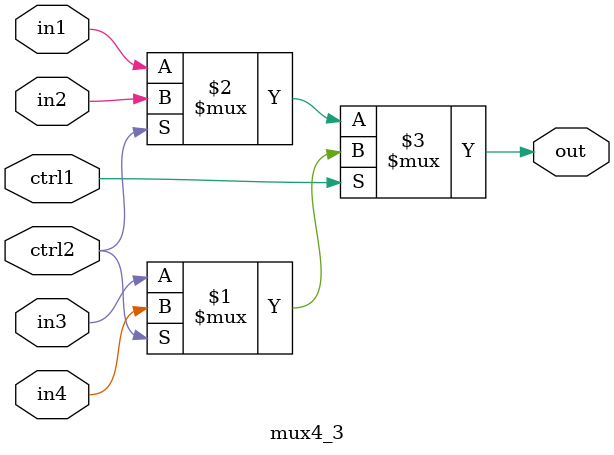
<source format=v>
module mux4_3(out,in1,in2,in3,in4,ctrl1,ctrl2);
input in1,in2,in3,in4,ctrl1,ctrl2;
output out;

assign out = ctrl1 ? (ctrl2 ? in4 : in3) : (ctrl2 ? in2 : in1);

endmodule

</source>
